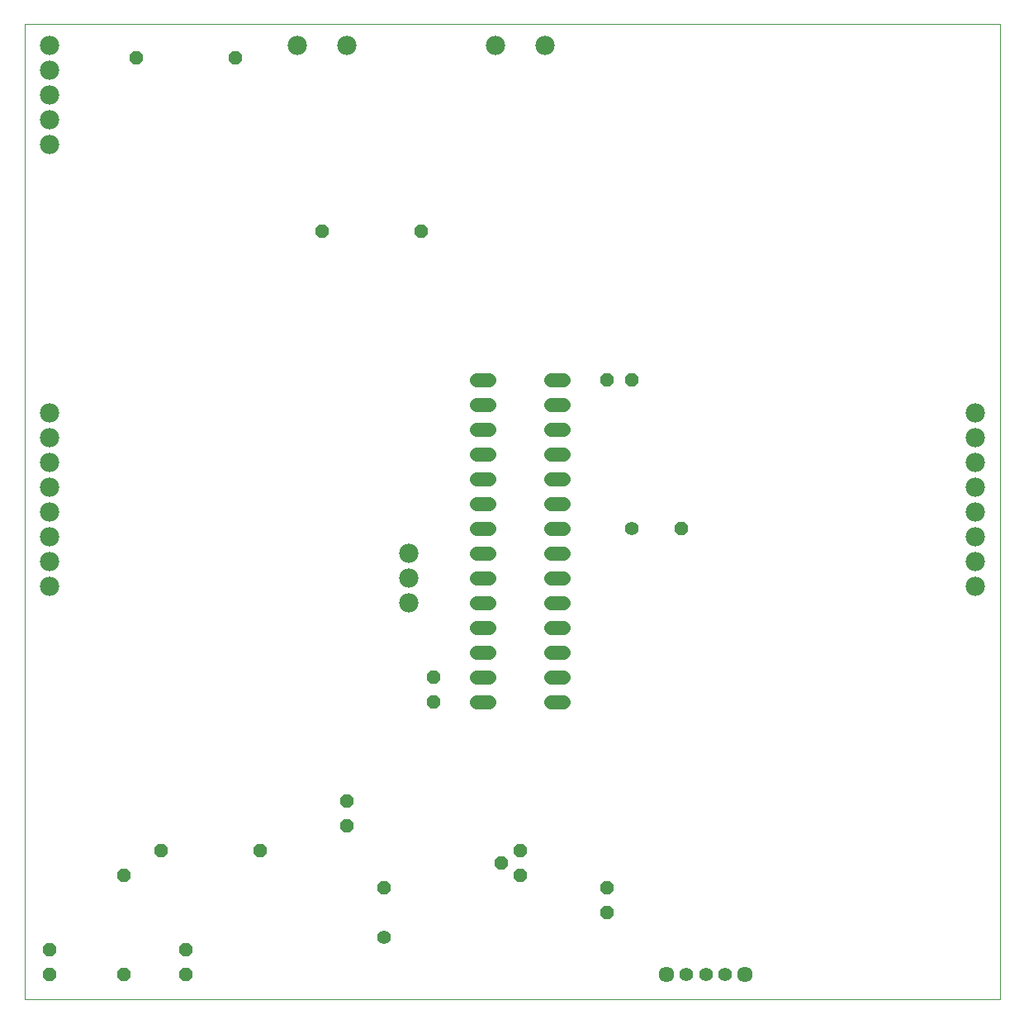
<source format=gts>
G04 EAGLE Gerber RS-274X export*
G75*
%MOMM*%
%FSLAX34Y34*%
%LPD*%
%INSolder Mask top*%
%IPPOS*%
%AMOC8*
5,1,8,0,0,1.08239X$1,22.5*%
G01*
%ADD10C,0.000000*%
%ADD11P,1.539592X8X22.500000*%
%ADD12P,1.539592X8X112.500000*%
%ADD13P,1.539592X8X292.500000*%
%ADD14C,1.422400*%
%ADD15P,1.539592X8X202.500000*%
%ADD16C,1.422400*%
%ADD17C,1.409600*%
%ADD18C,1.609600*%
%ADD19C,1.981200*%


D10*
X0Y0D02*
X1000000Y0D01*
X1000000Y1000000D01*
X0Y1000000D01*
X0Y0D01*
D11*
X596900Y635000D03*
X622300Y635000D03*
D12*
X419100Y304800D03*
X419100Y330200D03*
D13*
X596900Y114300D03*
X596900Y88900D03*
D12*
X330200Y177800D03*
X330200Y203200D03*
D14*
X622300Y482600D03*
D11*
X673100Y482600D03*
D14*
X368300Y63500D03*
D12*
X368300Y114300D03*
X165100Y25400D03*
X165100Y50800D03*
X25400Y25400D03*
X25400Y50800D03*
D11*
X139700Y152400D03*
X241300Y152400D03*
D13*
X101600Y127000D03*
X101600Y25400D03*
D15*
X406400Y787400D03*
X304800Y787400D03*
D11*
X114300Y965200D03*
X215900Y965200D03*
D16*
X463296Y635000D02*
X476504Y635000D01*
X476504Y609600D02*
X463296Y609600D01*
X463296Y584200D02*
X476504Y584200D01*
X476504Y558800D02*
X463296Y558800D01*
X463296Y533400D02*
X476504Y533400D01*
X476504Y508000D02*
X463296Y508000D01*
X463296Y482600D02*
X476504Y482600D01*
X476504Y457200D02*
X463296Y457200D01*
X463296Y431800D02*
X476504Y431800D01*
X476504Y406400D02*
X463296Y406400D01*
X463296Y381000D02*
X476504Y381000D01*
X476504Y355600D02*
X463296Y355600D01*
X463296Y330200D02*
X476504Y330200D01*
X476504Y304800D02*
X463296Y304800D01*
X539496Y304800D02*
X552704Y304800D01*
X552704Y330200D02*
X539496Y330200D01*
X539496Y355600D02*
X552704Y355600D01*
X552704Y381000D02*
X539496Y381000D01*
X539496Y406400D02*
X552704Y406400D01*
X552704Y431800D02*
X539496Y431800D01*
X539496Y457200D02*
X552704Y457200D01*
X552704Y482600D02*
X539496Y482600D01*
X539496Y508000D02*
X552704Y508000D01*
X552704Y533400D02*
X539496Y533400D01*
X539496Y558800D02*
X552704Y558800D01*
X552704Y584200D02*
X539496Y584200D01*
X539496Y609600D02*
X552704Y609600D01*
X552704Y635000D02*
X539496Y635000D01*
D17*
X718500Y25400D03*
X698500Y25400D03*
X678500Y25400D03*
D18*
X738500Y25400D03*
X658500Y25400D03*
D12*
X508000Y152400D03*
X488950Y139700D03*
X508000Y127000D03*
D19*
X482600Y977900D03*
X533400Y977900D03*
X279400Y977900D03*
X330200Y977900D03*
X974600Y423800D03*
X974600Y449200D03*
X974600Y474600D03*
X974600Y500000D03*
X974600Y525400D03*
X974600Y550800D03*
X974600Y576200D03*
X974600Y601600D03*
X25400Y423800D03*
X25400Y449200D03*
X25400Y474600D03*
X25400Y500000D03*
X25400Y525400D03*
X25400Y550800D03*
X25400Y576200D03*
X25400Y601600D03*
X25400Y977900D03*
X25400Y952500D03*
X25400Y927100D03*
X25400Y901700D03*
X25400Y876300D03*
X393700Y457200D03*
X393700Y431800D03*
X393700Y406400D03*
M02*

</source>
